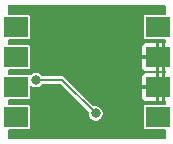
<source format=gbr>
%TF.GenerationSoftware,KiCad,Pcbnew,9.0.5+1*%
%TF.CreationDate,2025-11-07T10:47:30+01:00*%
%TF.ProjectId,ts17-tropic01-mini,74733137-2d74-4726-9f70-696330312d6d,rev?*%
%TF.SameCoordinates,Original*%
%TF.FileFunction,Copper,L2,Bot*%
%TF.FilePolarity,Positive*%
%FSLAX46Y46*%
G04 Gerber Fmt 4.6, Leading zero omitted, Abs format (unit mm)*
G04 Created by KiCad (PCBNEW 9.0.5+1) date 2025-11-07 10:47:30*
%MOMM*%
%LPD*%
G01*
G04 APERTURE LIST*
%TA.AperFunction,SMDPad,CuDef*%
%ADD10R,2.000000X1.700000*%
%TD*%
%TA.AperFunction,CastellatedPad*%
%ADD11R,1.000000X1.700000*%
%TD*%
%TA.AperFunction,ViaPad*%
%ADD12C,0.800000*%
%TD*%
%TA.AperFunction,Conductor*%
%ADD13C,0.200000*%
%TD*%
G04 APERTURE END LIST*
D10*
%TO.P,J2,1,Pin_1*%
%TO.N,/SPI_MOSI*%
X131000000Y-92190000D03*
D11*
X130500000Y-92190000D03*
D10*
%TO.P,J2,2,Pin_2*%
%TO.N,/SPI_MISO*%
X131000000Y-94730000D03*
D11*
X130500000Y-94730000D03*
D10*
%TO.P,J2,3,Pin_3*%
%TO.N,/SPI_SCK*%
X131000000Y-97270000D03*
D11*
X130500000Y-97270000D03*
D10*
%TO.P,J2,4,Pin_4*%
%TO.N,/SPI_CS*%
X131000000Y-99810000D03*
D11*
X130500000Y-99810000D03*
%TD*%
D10*
%TO.P,J1,1,Pin_1*%
%TO.N,VCC*%
X143000000Y-99810000D03*
D11*
X143500000Y-99810000D03*
D10*
%TO.P,J1,2,Pin_2*%
%TO.N,GND*%
X143000000Y-97270000D03*
D11*
X143500000Y-97270000D03*
D10*
%TO.P,J1,3,Pin_3*%
X143000000Y-94730000D03*
D11*
X143500000Y-94730000D03*
D10*
%TO.P,J1,4,Pin_4*%
%TO.N,/GPO*%
X143000000Y-92190000D03*
D11*
X143500000Y-92190000D03*
%TD*%
D12*
%TO.N,VCC*%
X142900000Y-99810000D03*
%TO.N,GND*%
X134310000Y-98340000D03*
X141018000Y-101084000D03*
X141018000Y-90924000D03*
X142900000Y-94730000D03*
X142900000Y-97270000D03*
X139800000Y-98500000D03*
X140500000Y-96650000D03*
X140500000Y-95650000D03*
X134830000Y-92680000D03*
X133144000Y-101084000D03*
X139170000Y-92670000D03*
X133144000Y-90924000D03*
X133900000Y-95100000D03*
%TO.N,/GPO*%
X142900000Y-92190000D03*
%TO.N,/SPI_SCK*%
X131100000Y-97270000D03*
%TO.N,/SPI_CS*%
X131100000Y-99810000D03*
%TO.N,/SPI_MOSI*%
X131100000Y-92190000D03*
%TO.N,/SPI_MISO*%
X132700130Y-96668485D03*
X137750000Y-99500000D03*
X131100000Y-94730000D03*
%TD*%
D13*
%TO.N,/SPI_MISO*%
X134918485Y-96668485D02*
X137750000Y-99500000D01*
X131000000Y-94730000D02*
X131010000Y-94730000D01*
X132700130Y-96668485D02*
X134918485Y-96668485D01*
%TD*%
%TA.AperFunction,Conductor*%
%TO.N,GND*%
G36*
X143658691Y-90319407D02*
G01*
X143694655Y-90368907D01*
X143699500Y-90399500D01*
X143699500Y-91040500D01*
X143680593Y-91098691D01*
X143631093Y-91134655D01*
X143600500Y-91139500D01*
X141980252Y-91139500D01*
X141980251Y-91139500D01*
X141980241Y-91139501D01*
X141921772Y-91151132D01*
X141921766Y-91151134D01*
X141855451Y-91195445D01*
X141855445Y-91195451D01*
X141811134Y-91261766D01*
X141811132Y-91261772D01*
X141799501Y-91320241D01*
X141799500Y-91320253D01*
X141799500Y-93059746D01*
X141799501Y-93059758D01*
X141811132Y-93118227D01*
X141811133Y-93118231D01*
X141855448Y-93184552D01*
X141921769Y-93228867D01*
X141966231Y-93237711D01*
X141980241Y-93240498D01*
X141980246Y-93240498D01*
X141980252Y-93240500D01*
X142980252Y-93240500D01*
X143600500Y-93240500D01*
X143615412Y-93245345D01*
X143631093Y-93245345D01*
X143643778Y-93254561D01*
X143658691Y-93259407D01*
X143667907Y-93272092D01*
X143680593Y-93281309D01*
X143685438Y-93296221D01*
X143694655Y-93308907D01*
X143699500Y-93339500D01*
X143699500Y-93489493D01*
X143680593Y-93547684D01*
X143670504Y-93559497D01*
X143650000Y-93580001D01*
X143650000Y-94372894D01*
X143599901Y-94422993D01*
X143534075Y-94537007D01*
X143500000Y-94664174D01*
X143500000Y-94795826D01*
X143534075Y-94922993D01*
X143599901Y-95037007D01*
X143650000Y-95087106D01*
X143650000Y-95879998D01*
X143670504Y-95900502D01*
X143674130Y-95907619D01*
X143680593Y-95912315D01*
X143687756Y-95934363D01*
X143698281Y-95955019D01*
X143699500Y-95970506D01*
X143699500Y-96029493D01*
X143680593Y-96087684D01*
X143670504Y-96099497D01*
X143650000Y-96120001D01*
X143650000Y-96912894D01*
X143599901Y-96962993D01*
X143534075Y-97077007D01*
X143500000Y-97204174D01*
X143500000Y-97335826D01*
X143534075Y-97462993D01*
X143599901Y-97577007D01*
X143650000Y-97627106D01*
X143650000Y-98419998D01*
X143670504Y-98440502D01*
X143674130Y-98447619D01*
X143680593Y-98452315D01*
X143687756Y-98474363D01*
X143698281Y-98495019D01*
X143699500Y-98510506D01*
X143699500Y-98660500D01*
X143680593Y-98718691D01*
X143631093Y-98754655D01*
X143600500Y-98759500D01*
X141980252Y-98759500D01*
X141980251Y-98759500D01*
X141980241Y-98759501D01*
X141921772Y-98771132D01*
X141921766Y-98771134D01*
X141855451Y-98815445D01*
X141855445Y-98815451D01*
X141811134Y-98881766D01*
X141811132Y-98881772D01*
X141799501Y-98940241D01*
X141799500Y-98940253D01*
X141799500Y-100679746D01*
X141799501Y-100679758D01*
X141811132Y-100738227D01*
X141811133Y-100738231D01*
X141855448Y-100804552D01*
X141921769Y-100848867D01*
X141966231Y-100857711D01*
X141980241Y-100860498D01*
X141980246Y-100860498D01*
X141980252Y-100860500D01*
X142980252Y-100860500D01*
X143600500Y-100860500D01*
X143658691Y-100879407D01*
X143694655Y-100928907D01*
X143699500Y-100959500D01*
X143699500Y-101600500D01*
X143680593Y-101658691D01*
X143631093Y-101694655D01*
X143600500Y-101699500D01*
X130399500Y-101699500D01*
X130341309Y-101680593D01*
X130305345Y-101631093D01*
X130300500Y-101600500D01*
X130300500Y-100959500D01*
X130319407Y-100901309D01*
X130368907Y-100865345D01*
X130399500Y-100860500D01*
X132019747Y-100860500D01*
X132019748Y-100860500D01*
X132078231Y-100848867D01*
X132144552Y-100804552D01*
X132188867Y-100738231D01*
X132200500Y-100679748D01*
X132200500Y-98940252D01*
X132188867Y-98881769D01*
X132144552Y-98815448D01*
X132144548Y-98815445D01*
X132078233Y-98771134D01*
X132078231Y-98771133D01*
X132078228Y-98771132D01*
X132078227Y-98771132D01*
X132019758Y-98759501D01*
X132019748Y-98759500D01*
X132019747Y-98759500D01*
X130399500Y-98759500D01*
X130341309Y-98740593D01*
X130305345Y-98691093D01*
X130300500Y-98660500D01*
X130300500Y-98419500D01*
X130319407Y-98361309D01*
X130368907Y-98325345D01*
X130399500Y-98320500D01*
X132019747Y-98320500D01*
X132019748Y-98320500D01*
X132078231Y-98308867D01*
X132144552Y-98264552D01*
X132188867Y-98198231D01*
X132200500Y-98139748D01*
X132200500Y-97244894D01*
X132219407Y-97186703D01*
X132268907Y-97150739D01*
X132330093Y-97150739D01*
X132348991Y-97159152D01*
X132468346Y-97228062D01*
X132621073Y-97268985D01*
X132621075Y-97268985D01*
X132779185Y-97268985D01*
X132779187Y-97268985D01*
X132931914Y-97228062D01*
X133068846Y-97149005D01*
X133180650Y-97037201D01*
X133191456Y-97018485D01*
X133236926Y-96977544D01*
X133277192Y-96968985D01*
X134753006Y-96968985D01*
X134811197Y-96987892D01*
X134823010Y-96997981D01*
X137129470Y-99304441D01*
X137157247Y-99358958D01*
X137155093Y-99400064D01*
X137149500Y-99420943D01*
X137149500Y-99579057D01*
X137190423Y-99731784D01*
X137269480Y-99868716D01*
X137381284Y-99980520D01*
X137518216Y-100059577D01*
X137670943Y-100100500D01*
X137670945Y-100100500D01*
X137829055Y-100100500D01*
X137829057Y-100100500D01*
X137981784Y-100059577D01*
X138118716Y-99980520D01*
X138230520Y-99868716D01*
X138309577Y-99731784D01*
X138350500Y-99579057D01*
X138350500Y-99420943D01*
X138309577Y-99268216D01*
X138230520Y-99131284D01*
X138118716Y-99019480D01*
X137981784Y-98940423D01*
X137829057Y-98899500D01*
X137670943Y-98899500D01*
X137662027Y-98901889D01*
X137650064Y-98905094D01*
X137588963Y-98901889D01*
X137554441Y-98879470D01*
X136839762Y-98164791D01*
X136094972Y-97420001D01*
X141700001Y-97420001D01*
X141700001Y-98164791D01*
X141702909Y-98189874D01*
X141748213Y-98292477D01*
X141827522Y-98371786D01*
X141930127Y-98417090D01*
X141955203Y-98419999D01*
X142849998Y-98419999D01*
X142850000Y-98419998D01*
X142850000Y-97420001D01*
X142849999Y-97420000D01*
X141700002Y-97420000D01*
X141700001Y-97420001D01*
X136094972Y-97420001D01*
X135102996Y-96428025D01*
X135102993Y-96428023D01*
X135034477Y-96388465D01*
X135034473Y-96388463D01*
X134984983Y-96375202D01*
X141700000Y-96375202D01*
X141700000Y-97119999D01*
X141700001Y-97120000D01*
X142849999Y-97120000D01*
X142850000Y-97119999D01*
X142850000Y-96120001D01*
X143150000Y-96120001D01*
X143150000Y-98419998D01*
X143150001Y-98419999D01*
X143349999Y-98419999D01*
X143350000Y-98419998D01*
X143350000Y-96120001D01*
X143349999Y-96120000D01*
X143150001Y-96120000D01*
X143150000Y-96120001D01*
X142850000Y-96120001D01*
X142849999Y-96120000D01*
X141955210Y-96120000D01*
X141955208Y-96120001D01*
X141930125Y-96122909D01*
X141827522Y-96168213D01*
X141748213Y-96247522D01*
X141702909Y-96350127D01*
X141700000Y-96375202D01*
X134984983Y-96375202D01*
X134958049Y-96367985D01*
X134958047Y-96367985D01*
X133277192Y-96367985D01*
X133219001Y-96349078D01*
X133191456Y-96318485D01*
X133180651Y-96299771D01*
X133180650Y-96299769D01*
X133068846Y-96187965D01*
X132931914Y-96108908D01*
X132779187Y-96067985D01*
X132621073Y-96067985D01*
X132468346Y-96108908D01*
X132331411Y-96187967D01*
X132261575Y-96257803D01*
X132207058Y-96285580D01*
X132146626Y-96276008D01*
X132136570Y-96270114D01*
X132078233Y-96231134D01*
X132078231Y-96231133D01*
X132078228Y-96231132D01*
X132078227Y-96231132D01*
X132019758Y-96219501D01*
X132019748Y-96219500D01*
X132019747Y-96219500D01*
X130399500Y-96219500D01*
X130341309Y-96200593D01*
X130305345Y-96151093D01*
X130300500Y-96120500D01*
X130300500Y-95879500D01*
X130319407Y-95821309D01*
X130368907Y-95785345D01*
X130399500Y-95780500D01*
X132019747Y-95780500D01*
X132019748Y-95780500D01*
X132078231Y-95768867D01*
X132144552Y-95724552D01*
X132188867Y-95658231D01*
X132200500Y-95599748D01*
X132200500Y-94880001D01*
X141700001Y-94880001D01*
X141700001Y-95624791D01*
X141702909Y-95649874D01*
X141748213Y-95752477D01*
X141827522Y-95831786D01*
X141930127Y-95877090D01*
X141955203Y-95879999D01*
X142849998Y-95879999D01*
X142850000Y-95879998D01*
X142850000Y-94880001D01*
X142849999Y-94880000D01*
X141700002Y-94880000D01*
X141700001Y-94880001D01*
X132200500Y-94880001D01*
X132200500Y-93860252D01*
X132195517Y-93835202D01*
X141700000Y-93835202D01*
X141700000Y-94579999D01*
X141700001Y-94580000D01*
X142849999Y-94580000D01*
X142850000Y-94579999D01*
X142850000Y-93580001D01*
X143150000Y-93580001D01*
X143150000Y-95879998D01*
X143150001Y-95879999D01*
X143349999Y-95879999D01*
X143350000Y-95879998D01*
X143350000Y-93580001D01*
X143349999Y-93580000D01*
X143150001Y-93580000D01*
X143150000Y-93580001D01*
X142850000Y-93580001D01*
X142849999Y-93580000D01*
X141955210Y-93580000D01*
X141955208Y-93580001D01*
X141930125Y-93582909D01*
X141827522Y-93628213D01*
X141748213Y-93707522D01*
X141702909Y-93810127D01*
X141700000Y-93835202D01*
X132195517Y-93835202D01*
X132188867Y-93801769D01*
X132144552Y-93735448D01*
X132144548Y-93735445D01*
X132078233Y-93691134D01*
X132078231Y-93691133D01*
X132078228Y-93691132D01*
X132078227Y-93691132D01*
X132019758Y-93679501D01*
X132019748Y-93679500D01*
X132019747Y-93679500D01*
X130399500Y-93679500D01*
X130341309Y-93660593D01*
X130305345Y-93611093D01*
X130300500Y-93580500D01*
X130300500Y-93339500D01*
X130319407Y-93281309D01*
X130368907Y-93245345D01*
X130399500Y-93240500D01*
X132019747Y-93240500D01*
X132019748Y-93240500D01*
X132078231Y-93228867D01*
X132144552Y-93184552D01*
X132188867Y-93118231D01*
X132200500Y-93059748D01*
X132200500Y-91320252D01*
X132188867Y-91261769D01*
X132144552Y-91195448D01*
X132144548Y-91195445D01*
X132078233Y-91151134D01*
X132078231Y-91151133D01*
X132078228Y-91151132D01*
X132078227Y-91151132D01*
X132019758Y-91139501D01*
X132019748Y-91139500D01*
X132019747Y-91139500D01*
X130399500Y-91139500D01*
X130341309Y-91120593D01*
X130305345Y-91071093D01*
X130300500Y-91040500D01*
X130300500Y-90399500D01*
X130319407Y-90341309D01*
X130368907Y-90305345D01*
X130399500Y-90300500D01*
X143600500Y-90300500D01*
X143658691Y-90319407D01*
G37*
%TD.AperFunction*%
%TD*%
M02*

</source>
